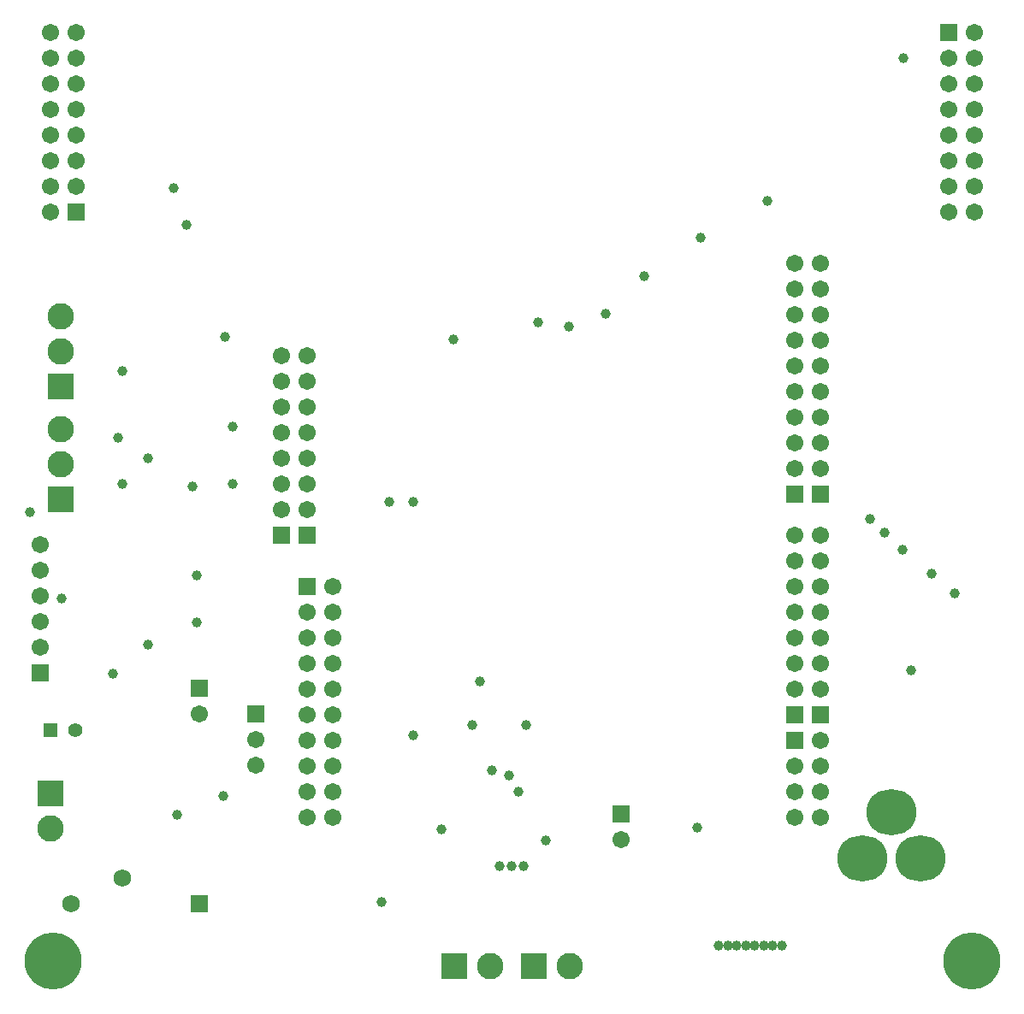
<source format=gbs>
G04 Layer_Color=8150272*
%FSLAX25Y25*%
%MOIN*%
G70*
G01*
G75*
%ADD65C,0.06706*%
%ADD66R,0.06706X0.06706*%
%ADD67O,0.19700X0.17700*%
%ADD68R,0.10300X0.10300*%
%ADD69C,0.10300*%
%ADD70R,0.05600X0.05600*%
%ADD71C,0.05600*%
%ADD72C,0.06800*%
%ADD73R,0.06800X0.06800*%
%ADD74R,0.10300X0.10300*%
%ADD75C,0.22200*%
%ADD76C,0.03900*%
D65*
X420000Y170000D02*
D03*
X410000D02*
D03*
X420000Y180000D02*
D03*
X410000Y180000D02*
D03*
X420000Y190000D02*
D03*
X410000D02*
D03*
X420000Y200000D02*
D03*
X116000Y236500D02*
D03*
Y246500D02*
D03*
Y256500D02*
D03*
Y266500D02*
D03*
Y276500D02*
D03*
X420000Y316000D02*
D03*
Y386000D02*
D03*
Y376000D02*
D03*
Y366000D02*
D03*
Y356000D02*
D03*
Y346000D02*
D03*
Y336000D02*
D03*
Y326000D02*
D03*
Y306000D02*
D03*
X410000Y316000D02*
D03*
Y386000D02*
D03*
Y376000D02*
D03*
Y366000D02*
D03*
X410000Y356000D02*
D03*
X410000Y346000D02*
D03*
Y336000D02*
D03*
Y326000D02*
D03*
X410000Y306000D02*
D03*
X220000Y290000D02*
D03*
Y300000D02*
D03*
Y310000D02*
D03*
Y320000D02*
D03*
Y330000D02*
D03*
Y340000D02*
D03*
Y350000D02*
D03*
X210000Y290000D02*
D03*
Y300000D02*
D03*
Y310000D02*
D03*
Y320000D02*
D03*
Y330000D02*
D03*
Y340000D02*
D03*
Y350000D02*
D03*
X178000Y210500D02*
D03*
X230000Y260000D02*
D03*
X220000Y250000D02*
D03*
X230000D02*
D03*
X220000Y240000D02*
D03*
X230000Y240000D02*
D03*
X220000Y230000D02*
D03*
X230000D02*
D03*
X220000Y220000D02*
D03*
X230000D02*
D03*
X220000Y210000D02*
D03*
X230000D02*
D03*
X220000Y200000D02*
D03*
X230000D02*
D03*
X220000Y190000D02*
D03*
X230000Y190000D02*
D03*
X220000Y180000D02*
D03*
X230000D02*
D03*
X220000Y170000D02*
D03*
X230000D02*
D03*
X420000Y220000D02*
D03*
Y230000D02*
D03*
Y240000D02*
D03*
Y250000D02*
D03*
Y260000D02*
D03*
Y270000D02*
D03*
Y280000D02*
D03*
X410000Y220000D02*
D03*
Y230000D02*
D03*
Y240000D02*
D03*
Y250000D02*
D03*
Y260000D02*
D03*
Y270000D02*
D03*
Y280000D02*
D03*
X200000Y200500D02*
D03*
Y190500D02*
D03*
X120000Y476000D02*
D03*
X130000Y476000D02*
D03*
X120000Y466000D02*
D03*
X130000D02*
D03*
X120000Y456000D02*
D03*
X130000D02*
D03*
X120000Y446000D02*
D03*
X130000D02*
D03*
X120000Y436000D02*
D03*
X130000D02*
D03*
X120000Y426000D02*
D03*
X130000Y426000D02*
D03*
X120000Y416000D02*
D03*
X130000D02*
D03*
X120000Y406000D02*
D03*
X480000D02*
D03*
X470000Y406000D02*
D03*
X480000Y416000D02*
D03*
X470000D02*
D03*
X480000Y426000D02*
D03*
X470000D02*
D03*
X480000Y436000D02*
D03*
X470000D02*
D03*
X480000Y446000D02*
D03*
X470000D02*
D03*
X480000Y456000D02*
D03*
X470000Y456000D02*
D03*
X480000Y466000D02*
D03*
X470000D02*
D03*
X480000Y476000D02*
D03*
X342500Y161500D02*
D03*
D66*
X410000Y200000D02*
D03*
X116000Y226500D02*
D03*
X420000Y296000D02*
D03*
X410000D02*
D03*
X220000Y280000D02*
D03*
X210000D02*
D03*
X178000Y220500D02*
D03*
X220000Y260000D02*
D03*
X420000Y210000D02*
D03*
X410000D02*
D03*
X200000Y210500D02*
D03*
X130000Y406000D02*
D03*
X470000Y476000D02*
D03*
X342500Y171500D02*
D03*
D67*
X436500Y154000D02*
D03*
X459000D02*
D03*
X447700Y172000D02*
D03*
D68*
X124000Y338000D02*
D03*
Y294000D02*
D03*
X120000Y179500D02*
D03*
D69*
X124000Y351780D02*
D03*
Y365559D02*
D03*
Y307780D02*
D03*
Y321559D02*
D03*
X120000Y165720D02*
D03*
X291280Y112000D02*
D03*
X322280D02*
D03*
D70*
X120000Y204000D02*
D03*
D71*
X129800D02*
D03*
D72*
X148000Y146500D02*
D03*
X128000Y136500D02*
D03*
D73*
X178000D02*
D03*
D74*
X277500Y112000D02*
D03*
X308500D02*
D03*
D75*
X121000Y114000D02*
D03*
X479000D02*
D03*
D76*
X455500Y227500D02*
D03*
X187500Y178500D02*
D03*
X463500Y265000D02*
D03*
X146500Y318000D02*
D03*
X313000Y161000D02*
D03*
X272500Y165500D02*
D03*
X249000Y137000D02*
D03*
X295000Y151000D02*
D03*
X302500Y180000D02*
D03*
X287500Y223000D02*
D03*
X177000Y264500D02*
D03*
X175500Y299000D02*
D03*
X191000Y322500D02*
D03*
X148000Y300000D02*
D03*
X191000D02*
D03*
X124500Y255500D02*
D03*
X112000Y289000D02*
D03*
X177000Y246000D02*
D03*
X158000Y310000D02*
D03*
X261500Y202000D02*
D03*
X188000Y357500D02*
D03*
X148000Y344000D02*
D03*
X439500Y286500D02*
D03*
X445000Y281000D02*
D03*
X452000Y274500D02*
D03*
X472500Y257500D02*
D03*
X452500Y466000D02*
D03*
X399500Y410500D02*
D03*
X351500Y381199D02*
D03*
X336500Y366500D02*
D03*
X322000Y361500D02*
D03*
X310000Y363000D02*
D03*
X373500Y396000D02*
D03*
X277000Y356500D02*
D03*
X261500Y293000D02*
D03*
X252000D02*
D03*
X168000Y415500D02*
D03*
X173000Y401000D02*
D03*
X405000Y120000D02*
D03*
X401500D02*
D03*
X398000D02*
D03*
X394500D02*
D03*
X391000D02*
D03*
X387500D02*
D03*
X384000D02*
D03*
X380500D02*
D03*
X292000Y188500D02*
D03*
X298795Y186500D02*
D03*
X284500Y206000D02*
D03*
X144500Y226000D02*
D03*
X158000Y237500D02*
D03*
X299750Y151000D02*
D03*
X304500D02*
D03*
X305500Y206000D02*
D03*
X372000Y166000D02*
D03*
X169500Y171000D02*
D03*
M02*

</source>
